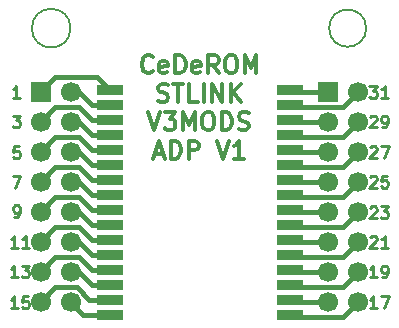
<source format=gbr>
%TF.GenerationSoftware,KiCad,Pcbnew,9.0.3*%
%TF.CreationDate,2025-08-20T17:47:23+02:00*%
%TF.ProjectId,cederom-stlink-v3mods-adapter,63656465-726f-46d2-9d73-746c696e6b2d,1*%
%TF.SameCoordinates,Original*%
%TF.FileFunction,Copper,L1,Top*%
%TF.FilePolarity,Positive*%
%FSLAX46Y46*%
G04 Gerber Fmt 4.6, Leading zero omitted, Abs format (unit mm)*
G04 Created by KiCad (PCBNEW 9.0.3) date 2025-08-20 17:47:23*
%MOMM*%
%LPD*%
G01*
G04 APERTURE LIST*
%ADD10C,0.250000*%
%TA.AperFunction,NonConductor*%
%ADD11C,0.250000*%
%TD*%
%TA.AperFunction,NonConductor*%
%ADD12C,0.200000*%
%TD*%
%ADD13C,0.300000*%
%TA.AperFunction,NonConductor*%
%ADD14C,0.300000*%
%TD*%
%TA.AperFunction,ComponentPad*%
%ADD15R,1.700000X1.700000*%
%TD*%
%TA.AperFunction,ComponentPad*%
%ADD16C,1.700000*%
%TD*%
%TA.AperFunction,SMDPad,CuDef*%
%ADD17R,2.240000X0.900000*%
%TD*%
%TA.AperFunction,Conductor*%
%ADD18C,0.400000*%
%TD*%
G04 APERTURE END LIST*
D10*
D11*
X101666667Y-102749619D02*
X102333333Y-102749619D01*
X102333333Y-102749619D02*
X101904762Y-103749619D01*
D10*
D11*
X131890476Y-95149619D02*
X132509523Y-95149619D01*
X132509523Y-95149619D02*
X132176190Y-95530571D01*
X132176190Y-95530571D02*
X132319047Y-95530571D01*
X132319047Y-95530571D02*
X132414285Y-95578190D01*
X132414285Y-95578190D02*
X132461904Y-95625809D01*
X132461904Y-95625809D02*
X132509523Y-95721047D01*
X132509523Y-95721047D02*
X132509523Y-95959142D01*
X132509523Y-95959142D02*
X132461904Y-96054380D01*
X132461904Y-96054380D02*
X132414285Y-96102000D01*
X132414285Y-96102000D02*
X132319047Y-96149619D01*
X132319047Y-96149619D02*
X132033333Y-96149619D01*
X132033333Y-96149619D02*
X131938095Y-96102000D01*
X131938095Y-96102000D02*
X131890476Y-96054380D01*
X133461904Y-96149619D02*
X132890476Y-96149619D01*
X133176190Y-96149619D02*
X133176190Y-95149619D01*
X133176190Y-95149619D02*
X133080952Y-95292476D01*
X133080952Y-95292476D02*
X132985714Y-95387714D01*
X132985714Y-95387714D02*
X132890476Y-95435333D01*
D10*
D11*
X131938095Y-97744857D02*
X131985714Y-97697238D01*
X131985714Y-97697238D02*
X132080952Y-97649619D01*
X132080952Y-97649619D02*
X132319047Y-97649619D01*
X132319047Y-97649619D02*
X132414285Y-97697238D01*
X132414285Y-97697238D02*
X132461904Y-97744857D01*
X132461904Y-97744857D02*
X132509523Y-97840095D01*
X132509523Y-97840095D02*
X132509523Y-97935333D01*
X132509523Y-97935333D02*
X132461904Y-98078190D01*
X132461904Y-98078190D02*
X131890476Y-98649619D01*
X131890476Y-98649619D02*
X132509523Y-98649619D01*
X132985714Y-98649619D02*
X133176190Y-98649619D01*
X133176190Y-98649619D02*
X133271428Y-98602000D01*
X133271428Y-98602000D02*
X133319047Y-98554380D01*
X133319047Y-98554380D02*
X133414285Y-98411523D01*
X133414285Y-98411523D02*
X133461904Y-98221047D01*
X133461904Y-98221047D02*
X133461904Y-97840095D01*
X133461904Y-97840095D02*
X133414285Y-97744857D01*
X133414285Y-97744857D02*
X133366666Y-97697238D01*
X133366666Y-97697238D02*
X133271428Y-97649619D01*
X133271428Y-97649619D02*
X133080952Y-97649619D01*
X133080952Y-97649619D02*
X132985714Y-97697238D01*
X132985714Y-97697238D02*
X132938095Y-97744857D01*
X132938095Y-97744857D02*
X132890476Y-97840095D01*
X132890476Y-97840095D02*
X132890476Y-98078190D01*
X132890476Y-98078190D02*
X132938095Y-98173428D01*
X132938095Y-98173428D02*
X132985714Y-98221047D01*
X132985714Y-98221047D02*
X133080952Y-98268666D01*
X133080952Y-98268666D02*
X133271428Y-98268666D01*
X133271428Y-98268666D02*
X133366666Y-98221047D01*
X133366666Y-98221047D02*
X133414285Y-98173428D01*
X133414285Y-98173428D02*
X133461904Y-98078190D01*
D10*
D11*
X131938095Y-100344857D02*
X131985714Y-100297238D01*
X131985714Y-100297238D02*
X132080952Y-100249619D01*
X132080952Y-100249619D02*
X132319047Y-100249619D01*
X132319047Y-100249619D02*
X132414285Y-100297238D01*
X132414285Y-100297238D02*
X132461904Y-100344857D01*
X132461904Y-100344857D02*
X132509523Y-100440095D01*
X132509523Y-100440095D02*
X132509523Y-100535333D01*
X132509523Y-100535333D02*
X132461904Y-100678190D01*
X132461904Y-100678190D02*
X131890476Y-101249619D01*
X131890476Y-101249619D02*
X132509523Y-101249619D01*
X132842857Y-100249619D02*
X133509523Y-100249619D01*
X133509523Y-100249619D02*
X133080952Y-101249619D01*
D10*
D11*
X131938095Y-102844857D02*
X131985714Y-102797238D01*
X131985714Y-102797238D02*
X132080952Y-102749619D01*
X132080952Y-102749619D02*
X132319047Y-102749619D01*
X132319047Y-102749619D02*
X132414285Y-102797238D01*
X132414285Y-102797238D02*
X132461904Y-102844857D01*
X132461904Y-102844857D02*
X132509523Y-102940095D01*
X132509523Y-102940095D02*
X132509523Y-103035333D01*
X132509523Y-103035333D02*
X132461904Y-103178190D01*
X132461904Y-103178190D02*
X131890476Y-103749619D01*
X131890476Y-103749619D02*
X132509523Y-103749619D01*
X133414285Y-102749619D02*
X132938095Y-102749619D01*
X132938095Y-102749619D02*
X132890476Y-103225809D01*
X132890476Y-103225809D02*
X132938095Y-103178190D01*
X132938095Y-103178190D02*
X133033333Y-103130571D01*
X133033333Y-103130571D02*
X133271428Y-103130571D01*
X133271428Y-103130571D02*
X133366666Y-103178190D01*
X133366666Y-103178190D02*
X133414285Y-103225809D01*
X133414285Y-103225809D02*
X133461904Y-103321047D01*
X133461904Y-103321047D02*
X133461904Y-103559142D01*
X133461904Y-103559142D02*
X133414285Y-103654380D01*
X133414285Y-103654380D02*
X133366666Y-103702000D01*
X133366666Y-103702000D02*
X133271428Y-103749619D01*
X133271428Y-103749619D02*
X133033333Y-103749619D01*
X133033333Y-103749619D02*
X132938095Y-103702000D01*
X132938095Y-103702000D02*
X132890476Y-103654380D01*
D10*
D11*
X131938095Y-105444857D02*
X131985714Y-105397238D01*
X131985714Y-105397238D02*
X132080952Y-105349619D01*
X132080952Y-105349619D02*
X132319047Y-105349619D01*
X132319047Y-105349619D02*
X132414285Y-105397238D01*
X132414285Y-105397238D02*
X132461904Y-105444857D01*
X132461904Y-105444857D02*
X132509523Y-105540095D01*
X132509523Y-105540095D02*
X132509523Y-105635333D01*
X132509523Y-105635333D02*
X132461904Y-105778190D01*
X132461904Y-105778190D02*
X131890476Y-106349619D01*
X131890476Y-106349619D02*
X132509523Y-106349619D01*
X132842857Y-105349619D02*
X133461904Y-105349619D01*
X133461904Y-105349619D02*
X133128571Y-105730571D01*
X133128571Y-105730571D02*
X133271428Y-105730571D01*
X133271428Y-105730571D02*
X133366666Y-105778190D01*
X133366666Y-105778190D02*
X133414285Y-105825809D01*
X133414285Y-105825809D02*
X133461904Y-105921047D01*
X133461904Y-105921047D02*
X133461904Y-106159142D01*
X133461904Y-106159142D02*
X133414285Y-106254380D01*
X133414285Y-106254380D02*
X133366666Y-106302000D01*
X133366666Y-106302000D02*
X133271428Y-106349619D01*
X133271428Y-106349619D02*
X132985714Y-106349619D01*
X132985714Y-106349619D02*
X132890476Y-106302000D01*
X132890476Y-106302000D02*
X132842857Y-106254380D01*
D10*
D11*
X131938095Y-107944857D02*
X131985714Y-107897238D01*
X131985714Y-107897238D02*
X132080952Y-107849619D01*
X132080952Y-107849619D02*
X132319047Y-107849619D01*
X132319047Y-107849619D02*
X132414285Y-107897238D01*
X132414285Y-107897238D02*
X132461904Y-107944857D01*
X132461904Y-107944857D02*
X132509523Y-108040095D01*
X132509523Y-108040095D02*
X132509523Y-108135333D01*
X132509523Y-108135333D02*
X132461904Y-108278190D01*
X132461904Y-108278190D02*
X131890476Y-108849619D01*
X131890476Y-108849619D02*
X132509523Y-108849619D01*
X133461904Y-108849619D02*
X132890476Y-108849619D01*
X133176190Y-108849619D02*
X133176190Y-107849619D01*
X133176190Y-107849619D02*
X133080952Y-107992476D01*
X133080952Y-107992476D02*
X132985714Y-108087714D01*
X132985714Y-108087714D02*
X132890476Y-108135333D01*
D10*
D11*
X132509523Y-111349619D02*
X131938095Y-111349619D01*
X132223809Y-111349619D02*
X132223809Y-110349619D01*
X132223809Y-110349619D02*
X132128571Y-110492476D01*
X132128571Y-110492476D02*
X132033333Y-110587714D01*
X132033333Y-110587714D02*
X131938095Y-110635333D01*
X132985714Y-111349619D02*
X133176190Y-111349619D01*
X133176190Y-111349619D02*
X133271428Y-111302000D01*
X133271428Y-111302000D02*
X133319047Y-111254380D01*
X133319047Y-111254380D02*
X133414285Y-111111523D01*
X133414285Y-111111523D02*
X133461904Y-110921047D01*
X133461904Y-110921047D02*
X133461904Y-110540095D01*
X133461904Y-110540095D02*
X133414285Y-110444857D01*
X133414285Y-110444857D02*
X133366666Y-110397238D01*
X133366666Y-110397238D02*
X133271428Y-110349619D01*
X133271428Y-110349619D02*
X133080952Y-110349619D01*
X133080952Y-110349619D02*
X132985714Y-110397238D01*
X132985714Y-110397238D02*
X132938095Y-110444857D01*
X132938095Y-110444857D02*
X132890476Y-110540095D01*
X132890476Y-110540095D02*
X132890476Y-110778190D01*
X132890476Y-110778190D02*
X132938095Y-110873428D01*
X132938095Y-110873428D02*
X132985714Y-110921047D01*
X132985714Y-110921047D02*
X133080952Y-110968666D01*
X133080952Y-110968666D02*
X133271428Y-110968666D01*
X133271428Y-110968666D02*
X133366666Y-110921047D01*
X133366666Y-110921047D02*
X133414285Y-110873428D01*
X133414285Y-110873428D02*
X133461904Y-110778190D01*
D10*
D11*
X132509523Y-113949619D02*
X131938095Y-113949619D01*
X132223809Y-113949619D02*
X132223809Y-112949619D01*
X132223809Y-112949619D02*
X132128571Y-113092476D01*
X132128571Y-113092476D02*
X132033333Y-113187714D01*
X132033333Y-113187714D02*
X131938095Y-113235333D01*
X132842857Y-112949619D02*
X133509523Y-112949619D01*
X133509523Y-112949619D02*
X133080952Y-113949619D01*
D10*
D11*
X102109523Y-113949619D02*
X101538095Y-113949619D01*
X101823809Y-113949619D02*
X101823809Y-112949619D01*
X101823809Y-112949619D02*
X101728571Y-113092476D01*
X101728571Y-113092476D02*
X101633333Y-113187714D01*
X101633333Y-113187714D02*
X101538095Y-113235333D01*
X103014285Y-112949619D02*
X102538095Y-112949619D01*
X102538095Y-112949619D02*
X102490476Y-113425809D01*
X102490476Y-113425809D02*
X102538095Y-113378190D01*
X102538095Y-113378190D02*
X102633333Y-113330571D01*
X102633333Y-113330571D02*
X102871428Y-113330571D01*
X102871428Y-113330571D02*
X102966666Y-113378190D01*
X102966666Y-113378190D02*
X103014285Y-113425809D01*
X103014285Y-113425809D02*
X103061904Y-113521047D01*
X103061904Y-113521047D02*
X103061904Y-113759142D01*
X103061904Y-113759142D02*
X103014285Y-113854380D01*
X103014285Y-113854380D02*
X102966666Y-113902000D01*
X102966666Y-113902000D02*
X102871428Y-113949619D01*
X102871428Y-113949619D02*
X102633333Y-113949619D01*
X102633333Y-113949619D02*
X102538095Y-113902000D01*
X102538095Y-113902000D02*
X102490476Y-113854380D01*
D10*
D11*
X102109523Y-111349619D02*
X101538095Y-111349619D01*
X101823809Y-111349619D02*
X101823809Y-110349619D01*
X101823809Y-110349619D02*
X101728571Y-110492476D01*
X101728571Y-110492476D02*
X101633333Y-110587714D01*
X101633333Y-110587714D02*
X101538095Y-110635333D01*
X102442857Y-110349619D02*
X103061904Y-110349619D01*
X103061904Y-110349619D02*
X102728571Y-110730571D01*
X102728571Y-110730571D02*
X102871428Y-110730571D01*
X102871428Y-110730571D02*
X102966666Y-110778190D01*
X102966666Y-110778190D02*
X103014285Y-110825809D01*
X103014285Y-110825809D02*
X103061904Y-110921047D01*
X103061904Y-110921047D02*
X103061904Y-111159142D01*
X103061904Y-111159142D02*
X103014285Y-111254380D01*
X103014285Y-111254380D02*
X102966666Y-111302000D01*
X102966666Y-111302000D02*
X102871428Y-111349619D01*
X102871428Y-111349619D02*
X102585714Y-111349619D01*
X102585714Y-111349619D02*
X102490476Y-111302000D01*
X102490476Y-111302000D02*
X102442857Y-111254380D01*
D10*
D11*
X102109523Y-108849619D02*
X101538095Y-108849619D01*
X101823809Y-108849619D02*
X101823809Y-107849619D01*
X101823809Y-107849619D02*
X101728571Y-107992476D01*
X101728571Y-107992476D02*
X101633333Y-108087714D01*
X101633333Y-108087714D02*
X101538095Y-108135333D01*
X103061904Y-108849619D02*
X102490476Y-108849619D01*
X102776190Y-108849619D02*
X102776190Y-107849619D01*
X102776190Y-107849619D02*
X102680952Y-107992476D01*
X102680952Y-107992476D02*
X102585714Y-108087714D01*
X102585714Y-108087714D02*
X102490476Y-108135333D01*
D10*
D11*
X101809524Y-106249619D02*
X102000000Y-106249619D01*
X102000000Y-106249619D02*
X102095238Y-106202000D01*
X102095238Y-106202000D02*
X102142857Y-106154380D01*
X102142857Y-106154380D02*
X102238095Y-106011523D01*
X102238095Y-106011523D02*
X102285714Y-105821047D01*
X102285714Y-105821047D02*
X102285714Y-105440095D01*
X102285714Y-105440095D02*
X102238095Y-105344857D01*
X102238095Y-105344857D02*
X102190476Y-105297238D01*
X102190476Y-105297238D02*
X102095238Y-105249619D01*
X102095238Y-105249619D02*
X101904762Y-105249619D01*
X101904762Y-105249619D02*
X101809524Y-105297238D01*
X101809524Y-105297238D02*
X101761905Y-105344857D01*
X101761905Y-105344857D02*
X101714286Y-105440095D01*
X101714286Y-105440095D02*
X101714286Y-105678190D01*
X101714286Y-105678190D02*
X101761905Y-105773428D01*
X101761905Y-105773428D02*
X101809524Y-105821047D01*
X101809524Y-105821047D02*
X101904762Y-105868666D01*
X101904762Y-105868666D02*
X102095238Y-105868666D01*
X102095238Y-105868666D02*
X102190476Y-105821047D01*
X102190476Y-105821047D02*
X102238095Y-105773428D01*
X102238095Y-105773428D02*
X102285714Y-105678190D01*
D10*
D11*
X102238095Y-100249619D02*
X101761905Y-100249619D01*
X101761905Y-100249619D02*
X101714286Y-100725809D01*
X101714286Y-100725809D02*
X101761905Y-100678190D01*
X101761905Y-100678190D02*
X101857143Y-100630571D01*
X101857143Y-100630571D02*
X102095238Y-100630571D01*
X102095238Y-100630571D02*
X102190476Y-100678190D01*
X102190476Y-100678190D02*
X102238095Y-100725809D01*
X102238095Y-100725809D02*
X102285714Y-100821047D01*
X102285714Y-100821047D02*
X102285714Y-101059142D01*
X102285714Y-101059142D02*
X102238095Y-101154380D01*
X102238095Y-101154380D02*
X102190476Y-101202000D01*
X102190476Y-101202000D02*
X102095238Y-101249619D01*
X102095238Y-101249619D02*
X101857143Y-101249619D01*
X101857143Y-101249619D02*
X101761905Y-101202000D01*
X101761905Y-101202000D02*
X101714286Y-101154380D01*
D10*
D11*
X101666667Y-97649619D02*
X102285714Y-97649619D01*
X102285714Y-97649619D02*
X101952381Y-98030571D01*
X101952381Y-98030571D02*
X102095238Y-98030571D01*
X102095238Y-98030571D02*
X102190476Y-98078190D01*
X102190476Y-98078190D02*
X102238095Y-98125809D01*
X102238095Y-98125809D02*
X102285714Y-98221047D01*
X102285714Y-98221047D02*
X102285714Y-98459142D01*
X102285714Y-98459142D02*
X102238095Y-98554380D01*
X102238095Y-98554380D02*
X102190476Y-98602000D01*
X102190476Y-98602000D02*
X102095238Y-98649619D01*
X102095238Y-98649619D02*
X101809524Y-98649619D01*
X101809524Y-98649619D02*
X101714286Y-98602000D01*
X101714286Y-98602000D02*
X101666667Y-98554380D01*
D12*
X106578933Y-90250000D02*
G75*
G02*
X103301067Y-90250000I-1638933J0D01*
G01*
X103301067Y-90250000D02*
G75*
G02*
X106578933Y-90250000I1638933J0D01*
G01*
X131609745Y-90250000D02*
G75*
G02*
X128470255Y-90250000I-1569745J0D01*
G01*
X128470255Y-90250000D02*
G75*
G02*
X131609745Y-90250000I1569745J0D01*
G01*
D10*
D11*
X102285714Y-96124619D02*
X101714286Y-96124619D01*
X102000000Y-96124619D02*
X102000000Y-95124619D01*
X102000000Y-95124619D02*
X101904762Y-95267476D01*
X101904762Y-95267476D02*
X101809524Y-95362714D01*
X101809524Y-95362714D02*
X101714286Y-95410333D01*
D13*
D14*
X113535714Y-93913223D02*
X113464286Y-93984652D01*
X113464286Y-93984652D02*
X113250000Y-94056080D01*
X113250000Y-94056080D02*
X113107143Y-94056080D01*
X113107143Y-94056080D02*
X112892857Y-93984652D01*
X112892857Y-93984652D02*
X112750000Y-93841794D01*
X112750000Y-93841794D02*
X112678571Y-93698937D01*
X112678571Y-93698937D02*
X112607143Y-93413223D01*
X112607143Y-93413223D02*
X112607143Y-93198937D01*
X112607143Y-93198937D02*
X112678571Y-92913223D01*
X112678571Y-92913223D02*
X112750000Y-92770366D01*
X112750000Y-92770366D02*
X112892857Y-92627509D01*
X112892857Y-92627509D02*
X113107143Y-92556080D01*
X113107143Y-92556080D02*
X113250000Y-92556080D01*
X113250000Y-92556080D02*
X113464286Y-92627509D01*
X113464286Y-92627509D02*
X113535714Y-92698937D01*
X114750000Y-93984652D02*
X114607143Y-94056080D01*
X114607143Y-94056080D02*
X114321429Y-94056080D01*
X114321429Y-94056080D02*
X114178571Y-93984652D01*
X114178571Y-93984652D02*
X114107143Y-93841794D01*
X114107143Y-93841794D02*
X114107143Y-93270366D01*
X114107143Y-93270366D02*
X114178571Y-93127509D01*
X114178571Y-93127509D02*
X114321429Y-93056080D01*
X114321429Y-93056080D02*
X114607143Y-93056080D01*
X114607143Y-93056080D02*
X114750000Y-93127509D01*
X114750000Y-93127509D02*
X114821429Y-93270366D01*
X114821429Y-93270366D02*
X114821429Y-93413223D01*
X114821429Y-93413223D02*
X114107143Y-93556080D01*
X115464285Y-94056080D02*
X115464285Y-92556080D01*
X115464285Y-92556080D02*
X115821428Y-92556080D01*
X115821428Y-92556080D02*
X116035714Y-92627509D01*
X116035714Y-92627509D02*
X116178571Y-92770366D01*
X116178571Y-92770366D02*
X116250000Y-92913223D01*
X116250000Y-92913223D02*
X116321428Y-93198937D01*
X116321428Y-93198937D02*
X116321428Y-93413223D01*
X116321428Y-93413223D02*
X116250000Y-93698937D01*
X116250000Y-93698937D02*
X116178571Y-93841794D01*
X116178571Y-93841794D02*
X116035714Y-93984652D01*
X116035714Y-93984652D02*
X115821428Y-94056080D01*
X115821428Y-94056080D02*
X115464285Y-94056080D01*
X117535714Y-93984652D02*
X117392857Y-94056080D01*
X117392857Y-94056080D02*
X117107143Y-94056080D01*
X117107143Y-94056080D02*
X116964285Y-93984652D01*
X116964285Y-93984652D02*
X116892857Y-93841794D01*
X116892857Y-93841794D02*
X116892857Y-93270366D01*
X116892857Y-93270366D02*
X116964285Y-93127509D01*
X116964285Y-93127509D02*
X117107143Y-93056080D01*
X117107143Y-93056080D02*
X117392857Y-93056080D01*
X117392857Y-93056080D02*
X117535714Y-93127509D01*
X117535714Y-93127509D02*
X117607143Y-93270366D01*
X117607143Y-93270366D02*
X117607143Y-93413223D01*
X117607143Y-93413223D02*
X116892857Y-93556080D01*
X119107142Y-94056080D02*
X118607142Y-93341794D01*
X118249999Y-94056080D02*
X118249999Y-92556080D01*
X118249999Y-92556080D02*
X118821428Y-92556080D01*
X118821428Y-92556080D02*
X118964285Y-92627509D01*
X118964285Y-92627509D02*
X119035714Y-92698937D01*
X119035714Y-92698937D02*
X119107142Y-92841794D01*
X119107142Y-92841794D02*
X119107142Y-93056080D01*
X119107142Y-93056080D02*
X119035714Y-93198937D01*
X119035714Y-93198937D02*
X118964285Y-93270366D01*
X118964285Y-93270366D02*
X118821428Y-93341794D01*
X118821428Y-93341794D02*
X118249999Y-93341794D01*
X120035714Y-92556080D02*
X120321428Y-92556080D01*
X120321428Y-92556080D02*
X120464285Y-92627509D01*
X120464285Y-92627509D02*
X120607142Y-92770366D01*
X120607142Y-92770366D02*
X120678571Y-93056080D01*
X120678571Y-93056080D02*
X120678571Y-93556080D01*
X120678571Y-93556080D02*
X120607142Y-93841794D01*
X120607142Y-93841794D02*
X120464285Y-93984652D01*
X120464285Y-93984652D02*
X120321428Y-94056080D01*
X120321428Y-94056080D02*
X120035714Y-94056080D01*
X120035714Y-94056080D02*
X119892857Y-93984652D01*
X119892857Y-93984652D02*
X119749999Y-93841794D01*
X119749999Y-93841794D02*
X119678571Y-93556080D01*
X119678571Y-93556080D02*
X119678571Y-93056080D01*
X119678571Y-93056080D02*
X119749999Y-92770366D01*
X119749999Y-92770366D02*
X119892857Y-92627509D01*
X119892857Y-92627509D02*
X120035714Y-92556080D01*
X121321428Y-94056080D02*
X121321428Y-92556080D01*
X121321428Y-92556080D02*
X121821428Y-93627509D01*
X121821428Y-93627509D02*
X122321428Y-92556080D01*
X122321428Y-92556080D02*
X122321428Y-94056080D01*
X114000000Y-96399568D02*
X114214286Y-96470996D01*
X114214286Y-96470996D02*
X114571428Y-96470996D01*
X114571428Y-96470996D02*
X114714286Y-96399568D01*
X114714286Y-96399568D02*
X114785714Y-96328139D01*
X114785714Y-96328139D02*
X114857143Y-96185282D01*
X114857143Y-96185282D02*
X114857143Y-96042425D01*
X114857143Y-96042425D02*
X114785714Y-95899568D01*
X114785714Y-95899568D02*
X114714286Y-95828139D01*
X114714286Y-95828139D02*
X114571428Y-95756710D01*
X114571428Y-95756710D02*
X114285714Y-95685282D01*
X114285714Y-95685282D02*
X114142857Y-95613853D01*
X114142857Y-95613853D02*
X114071428Y-95542425D01*
X114071428Y-95542425D02*
X114000000Y-95399568D01*
X114000000Y-95399568D02*
X114000000Y-95256710D01*
X114000000Y-95256710D02*
X114071428Y-95113853D01*
X114071428Y-95113853D02*
X114142857Y-95042425D01*
X114142857Y-95042425D02*
X114285714Y-94970996D01*
X114285714Y-94970996D02*
X114642857Y-94970996D01*
X114642857Y-94970996D02*
X114857143Y-95042425D01*
X115285714Y-94970996D02*
X116142857Y-94970996D01*
X115714285Y-96470996D02*
X115714285Y-94970996D01*
X117357142Y-96470996D02*
X116642856Y-96470996D01*
X116642856Y-96470996D02*
X116642856Y-94970996D01*
X117857142Y-96470996D02*
X117857142Y-94970996D01*
X118571428Y-96470996D02*
X118571428Y-94970996D01*
X118571428Y-94970996D02*
X119428571Y-96470996D01*
X119428571Y-96470996D02*
X119428571Y-94970996D01*
X120142857Y-96470996D02*
X120142857Y-94970996D01*
X121000000Y-96470996D02*
X120357143Y-95613853D01*
X121000000Y-94970996D02*
X120142857Y-95828139D01*
X113178572Y-97385912D02*
X113678572Y-98885912D01*
X113678572Y-98885912D02*
X114178572Y-97385912D01*
X114535714Y-97385912D02*
X115464286Y-97385912D01*
X115464286Y-97385912D02*
X114964286Y-97957341D01*
X114964286Y-97957341D02*
X115178571Y-97957341D01*
X115178571Y-97957341D02*
X115321429Y-98028769D01*
X115321429Y-98028769D02*
X115392857Y-98100198D01*
X115392857Y-98100198D02*
X115464286Y-98243055D01*
X115464286Y-98243055D02*
X115464286Y-98600198D01*
X115464286Y-98600198D02*
X115392857Y-98743055D01*
X115392857Y-98743055D02*
X115321429Y-98814484D01*
X115321429Y-98814484D02*
X115178571Y-98885912D01*
X115178571Y-98885912D02*
X114750000Y-98885912D01*
X114750000Y-98885912D02*
X114607143Y-98814484D01*
X114607143Y-98814484D02*
X114535714Y-98743055D01*
X116107142Y-98885912D02*
X116107142Y-97385912D01*
X116107142Y-97385912D02*
X116607142Y-98457341D01*
X116607142Y-98457341D02*
X117107142Y-97385912D01*
X117107142Y-97385912D02*
X117107142Y-98885912D01*
X118107143Y-97385912D02*
X118392857Y-97385912D01*
X118392857Y-97385912D02*
X118535714Y-97457341D01*
X118535714Y-97457341D02*
X118678571Y-97600198D01*
X118678571Y-97600198D02*
X118750000Y-97885912D01*
X118750000Y-97885912D02*
X118750000Y-98385912D01*
X118750000Y-98385912D02*
X118678571Y-98671626D01*
X118678571Y-98671626D02*
X118535714Y-98814484D01*
X118535714Y-98814484D02*
X118392857Y-98885912D01*
X118392857Y-98885912D02*
X118107143Y-98885912D01*
X118107143Y-98885912D02*
X117964286Y-98814484D01*
X117964286Y-98814484D02*
X117821428Y-98671626D01*
X117821428Y-98671626D02*
X117750000Y-98385912D01*
X117750000Y-98385912D02*
X117750000Y-97885912D01*
X117750000Y-97885912D02*
X117821428Y-97600198D01*
X117821428Y-97600198D02*
X117964286Y-97457341D01*
X117964286Y-97457341D02*
X118107143Y-97385912D01*
X119392857Y-98885912D02*
X119392857Y-97385912D01*
X119392857Y-97385912D02*
X119750000Y-97385912D01*
X119750000Y-97385912D02*
X119964286Y-97457341D01*
X119964286Y-97457341D02*
X120107143Y-97600198D01*
X120107143Y-97600198D02*
X120178572Y-97743055D01*
X120178572Y-97743055D02*
X120250000Y-98028769D01*
X120250000Y-98028769D02*
X120250000Y-98243055D01*
X120250000Y-98243055D02*
X120178572Y-98528769D01*
X120178572Y-98528769D02*
X120107143Y-98671626D01*
X120107143Y-98671626D02*
X119964286Y-98814484D01*
X119964286Y-98814484D02*
X119750000Y-98885912D01*
X119750000Y-98885912D02*
X119392857Y-98885912D01*
X120821429Y-98814484D02*
X121035715Y-98885912D01*
X121035715Y-98885912D02*
X121392857Y-98885912D01*
X121392857Y-98885912D02*
X121535715Y-98814484D01*
X121535715Y-98814484D02*
X121607143Y-98743055D01*
X121607143Y-98743055D02*
X121678572Y-98600198D01*
X121678572Y-98600198D02*
X121678572Y-98457341D01*
X121678572Y-98457341D02*
X121607143Y-98314484D01*
X121607143Y-98314484D02*
X121535715Y-98243055D01*
X121535715Y-98243055D02*
X121392857Y-98171626D01*
X121392857Y-98171626D02*
X121107143Y-98100198D01*
X121107143Y-98100198D02*
X120964286Y-98028769D01*
X120964286Y-98028769D02*
X120892857Y-97957341D01*
X120892857Y-97957341D02*
X120821429Y-97814484D01*
X120821429Y-97814484D02*
X120821429Y-97671626D01*
X120821429Y-97671626D02*
X120892857Y-97528769D01*
X120892857Y-97528769D02*
X120964286Y-97457341D01*
X120964286Y-97457341D02*
X121107143Y-97385912D01*
X121107143Y-97385912D02*
X121464286Y-97385912D01*
X121464286Y-97385912D02*
X121678572Y-97457341D01*
X113714286Y-100872257D02*
X114428572Y-100872257D01*
X113571429Y-101300828D02*
X114071429Y-99800828D01*
X114071429Y-99800828D02*
X114571429Y-101300828D01*
X115071428Y-101300828D02*
X115071428Y-99800828D01*
X115071428Y-99800828D02*
X115428571Y-99800828D01*
X115428571Y-99800828D02*
X115642857Y-99872257D01*
X115642857Y-99872257D02*
X115785714Y-100015114D01*
X115785714Y-100015114D02*
X115857143Y-100157971D01*
X115857143Y-100157971D02*
X115928571Y-100443685D01*
X115928571Y-100443685D02*
X115928571Y-100657971D01*
X115928571Y-100657971D02*
X115857143Y-100943685D01*
X115857143Y-100943685D02*
X115785714Y-101086542D01*
X115785714Y-101086542D02*
X115642857Y-101229400D01*
X115642857Y-101229400D02*
X115428571Y-101300828D01*
X115428571Y-101300828D02*
X115071428Y-101300828D01*
X116571428Y-101300828D02*
X116571428Y-99800828D01*
X116571428Y-99800828D02*
X117142857Y-99800828D01*
X117142857Y-99800828D02*
X117285714Y-99872257D01*
X117285714Y-99872257D02*
X117357143Y-99943685D01*
X117357143Y-99943685D02*
X117428571Y-100086542D01*
X117428571Y-100086542D02*
X117428571Y-100300828D01*
X117428571Y-100300828D02*
X117357143Y-100443685D01*
X117357143Y-100443685D02*
X117285714Y-100515114D01*
X117285714Y-100515114D02*
X117142857Y-100586542D01*
X117142857Y-100586542D02*
X116571428Y-100586542D01*
X119000000Y-99800828D02*
X119500000Y-101300828D01*
X119500000Y-101300828D02*
X120000000Y-99800828D01*
X121285714Y-101300828D02*
X120428571Y-101300828D01*
X120857142Y-101300828D02*
X120857142Y-99800828D01*
X120857142Y-99800828D02*
X120714285Y-100015114D01*
X120714285Y-100015114D02*
X120571428Y-100157971D01*
X120571428Y-100157971D02*
X120428571Y-100229400D01*
D15*
%TO.P,J2,1,Pin_1*%
%TO.N,Net-(J2-Pin_1)*%
X128390000Y-95675000D03*
D16*
%TO.P,J2,2,Pin_2*%
%TO.N,Net-(J2-Pin_2)*%
X130930000Y-95675000D03*
%TO.P,J2,3,Pin_3*%
%TO.N,Net-(J2-Pin_3)*%
X128390000Y-98215000D03*
%TO.P,J2,4,Pin_4*%
%TO.N,Net-(J2-Pin_4)*%
X130930000Y-98215000D03*
%TO.P,J2,5,Pin_5*%
%TO.N,Net-(J2-Pin_5)*%
X128390000Y-100755000D03*
%TO.P,J2,6,Pin_6*%
%TO.N,Net-(J2-Pin_6)*%
X130930000Y-100755000D03*
%TO.P,J2,7,Pin_7*%
%TO.N,Net-(J2-Pin_7)*%
X128390000Y-103295000D03*
%TO.P,J2,8,Pin_8*%
%TO.N,Net-(J2-Pin_8)*%
X130930000Y-103295000D03*
%TO.P,J2,9,Pin_9*%
%TO.N,Net-(J2-Pin_9)*%
X128390000Y-105835000D03*
%TO.P,J2,10,Pin_10*%
%TO.N,Net-(J2-Pin_10)*%
X130930000Y-105835000D03*
%TO.P,J2,11,Pin_11*%
%TO.N,Net-(J2-Pin_11)*%
X128390000Y-108375000D03*
%TO.P,J2,12,Pin_12*%
%TO.N,Net-(J2-Pin_12)*%
X130930000Y-108375000D03*
%TO.P,J2,13,Pin_13*%
%TO.N,Net-(J2-Pin_13)*%
X128390000Y-110915000D03*
%TO.P,J2,14,Pin_14*%
%TO.N,Net-(J2-Pin_14)*%
X130930000Y-110915000D03*
%TO.P,J2,15,Pin_15*%
%TO.N,Net-(J2-Pin_15)*%
X128390000Y-113455000D03*
%TO.P,J2,16,Pin_16*%
%TO.N,Net-(J2-Pin_16)*%
X130930000Y-113455000D03*
%TD*%
D17*
%TO.P,U1,1,B_UART_RX*%
%TO.N,Net-(J1-Pin_1)*%
X109880000Y-95475000D03*
%TO.P,U1,2,B_UART_CTS*%
%TO.N,Net-(J1-Pin_2)*%
X109880000Y-96745000D03*
%TO.P,U1,3,B_UART_RTS*%
%TO.N,Net-(J1-Pin_3)*%
X109880000Y-98015000D03*
%TO.P,U1,4,T_JTMS/T_SWDIO*%
%TO.N,Net-(J1-Pin_4)*%
X109880000Y-99285000D03*
%TO.P,U1,5,GNDDetect*%
%TO.N,Net-(J1-Pin_5)*%
X109880000Y-100555000D03*
%TO.P,U1,6,T_JTDO/T_SWO*%
%TO.N,Net-(J1-Pin_6)*%
X109880000Y-101825000D03*
%TO.P,U1,7,B_SPI_CLK*%
%TO.N,Net-(J1-Pin_7)*%
X109880000Y-103095000D03*
%TO.P,U1,8,GND*%
%TO.N,Net-(J1-Pin_8)*%
X109880000Y-104365000D03*
%TO.P,U1,9,B_CAN_RX*%
%TO.N,Net-(J1-Pin_9)*%
X109880000Y-105635000D03*
%TO.P,U1,10,B_CAN_TX*%
%TO.N,Net-(J1-Pin_10)*%
X109880000Y-106905000D03*
%TO.P,U1,11,B_UART_TX*%
%TO.N,Net-(J1-Pin_11)*%
X109880000Y-108175000D03*
%TO.P,U1,12,T_VCP_TX*%
%TO.N,Net-(J1-Pin_12)*%
X109880000Y-109445000D03*
%TO.P,U1,13,T_JCLK/T_SWCLK*%
%TO.N,Net-(J1-Pin_13)*%
X109880000Y-110715000D03*
%TO.P,U1,14,B_SPI_NSS*%
%TO.N,Net-(J1-Pin_14)*%
X109880000Y-111985000D03*
%TO.P,U1,15,T_VCP_RX*%
%TO.N,Net-(J1-Pin_15)*%
X109880000Y-113255000D03*
%TO.P,U1,16,B_I2C_SCL*%
%TO.N,Net-(J1-Pin_16)*%
X109880000Y-114525000D03*
%TO.P,U1,17,B_I2C_SDA*%
%TO.N,Net-(J2-Pin_16)*%
X125120000Y-114525000D03*
%TO.P,U1,18,B_GPIO0*%
%TO.N,Net-(J2-Pin_15)*%
X125120000Y-113255000D03*
%TO.P,U1,19,B_GPIO1*%
%TO.N,Net-(J2-Pin_14)*%
X125120000Y-111985000D03*
%TO.P,U1,20,B_GPIO2*%
%TO.N,Net-(J2-Pin_13)*%
X125120000Y-110715000D03*
%TO.P,U1,21,B_GPIO3*%
%TO.N,Net-(J2-Pin_12)*%
X125120000Y-109445000D03*
%TO.P,U1,22,5V*%
%TO.N,Net-(J2-Pin_11)*%
X125120000Y-108175000D03*
%TO.P,U1,23,B_SPI_MISO*%
%TO.N,Net-(J2-Pin_10)*%
X125120000Y-106905000D03*
%TO.P,U1,24,GND*%
%TO.N,Net-(J2-Pin_9)*%
X125120000Y-105635000D03*
%TO.P,U1,25,B_SPI_MOSI*%
%TO.N,Net-(J2-Pin_8)*%
X125120000Y-104365000D03*
%TO.P,U1,26,GND*%
%TO.N,Net-(J2-Pin_7)*%
X125120000Y-103095000D03*
%TO.P,U1,27,GND*%
%TO.N,Net-(J2-Pin_6)*%
X125120000Y-101825000D03*
%TO.P,U1,28,T_JTDI/NC*%
%TO.N,Net-(J2-Pin_5)*%
X125120000Y-100555000D03*
%TO.P,U1,29,GND*%
%TO.N,Net-(J2-Pin_4)*%
X125120000Y-99285000D03*
%TO.P,U1,30,T_VCC*%
%TO.N,Net-(J2-Pin_3)*%
X125120000Y-98015000D03*
%TO.P,U1,31,T_NRST*%
%TO.N,Net-(J2-Pin_2)*%
X125120000Y-96745000D03*
%TO.P,U1,32,T_SW_DIR*%
%TO.N,Net-(J2-Pin_1)*%
X125120000Y-95475000D03*
%TD*%
D15*
%TO.P,J1,1,Pin_1*%
%TO.N,Net-(J1-Pin_1)*%
X104050000Y-95675000D03*
D16*
%TO.P,J1,2,Pin_2*%
%TO.N,Net-(J1-Pin_2)*%
X106590000Y-95675000D03*
%TO.P,J1,3,Pin_3*%
%TO.N,Net-(J1-Pin_3)*%
X104050000Y-98215000D03*
%TO.P,J1,4,Pin_4*%
%TO.N,Net-(J1-Pin_4)*%
X106590000Y-98215000D03*
%TO.P,J1,5,Pin_5*%
%TO.N,Net-(J1-Pin_5)*%
X104050000Y-100755000D03*
%TO.P,J1,6,Pin_6*%
%TO.N,Net-(J1-Pin_6)*%
X106590000Y-100755000D03*
%TO.P,J1,7,Pin_7*%
%TO.N,Net-(J1-Pin_7)*%
X104050000Y-103295000D03*
%TO.P,J1,8,Pin_8*%
%TO.N,Net-(J1-Pin_8)*%
X106590000Y-103295000D03*
%TO.P,J1,9,Pin_9*%
%TO.N,Net-(J1-Pin_9)*%
X104050000Y-105835000D03*
%TO.P,J1,10,Pin_10*%
%TO.N,Net-(J1-Pin_10)*%
X106590000Y-105835000D03*
%TO.P,J1,11,Pin_11*%
%TO.N,Net-(J1-Pin_11)*%
X104050000Y-108375000D03*
%TO.P,J1,12,Pin_12*%
%TO.N,Net-(J1-Pin_12)*%
X106590000Y-108375000D03*
%TO.P,J1,13,Pin_13*%
%TO.N,Net-(J1-Pin_13)*%
X104050000Y-110915000D03*
%TO.P,J1,14,Pin_14*%
%TO.N,Net-(J1-Pin_14)*%
X106590000Y-110915000D03*
%TO.P,J1,15,Pin_15*%
%TO.N,Net-(J1-Pin_15)*%
X104050000Y-113455000D03*
%TO.P,J1,16,Pin_16*%
%TO.N,Net-(J1-Pin_16)*%
X106590000Y-113455000D03*
%TD*%
D18*
%TO.N,Net-(J1-Pin_14)*%
X107290000Y-110915000D02*
X106590000Y-110915000D01*
X109880000Y-111985000D02*
X108360000Y-111985000D01*
X108360000Y-111985000D02*
X107290000Y-110915000D01*
%TO.N,Net-(J1-Pin_2)*%
X108360000Y-96745000D02*
X107290000Y-95675000D01*
X107290000Y-95675000D02*
X106590000Y-95675000D01*
X109880000Y-96745000D02*
X108360000Y-96745000D01*
%TO.N,Net-(J1-Pin_16)*%
X107660000Y-114525000D02*
X106590000Y-113455000D01*
X109880000Y-114525000D02*
X107660000Y-114525000D01*
%TO.N,Net-(J1-Pin_9)*%
X104050000Y-105835000D02*
X105301000Y-104584000D01*
X108360000Y-105635000D02*
X109880000Y-105635000D01*
X105301000Y-104584000D02*
X107309000Y-104584000D01*
X107309000Y-104584000D02*
X108360000Y-105635000D01*
%TO.N,Net-(J1-Pin_7)*%
X104050000Y-103295000D02*
X105301000Y-102044000D01*
X107309000Y-102044000D02*
X108360000Y-103095000D01*
X105301000Y-102044000D02*
X107309000Y-102044000D01*
X108360000Y-103095000D02*
X109880000Y-103095000D01*
%TO.N,Net-(J1-Pin_5)*%
X104050000Y-100755000D02*
X105301000Y-99504000D01*
X108360000Y-100555000D02*
X109880000Y-100555000D01*
X107309000Y-99504000D02*
X108360000Y-100555000D01*
X105301000Y-99504000D02*
X107309000Y-99504000D01*
%TO.N,Net-(J1-Pin_12)*%
X109880000Y-109445000D02*
X108360000Y-109445000D01*
X108360000Y-109445000D02*
X107290000Y-108375000D01*
X107290000Y-108375000D02*
X106590000Y-108375000D01*
%TO.N,Net-(J1-Pin_3)*%
X104050000Y-98215000D02*
X105301000Y-96964000D01*
X105301000Y-96964000D02*
X107309000Y-96964000D01*
X108360000Y-98015000D02*
X109880000Y-98015000D01*
X107309000Y-96964000D02*
X108360000Y-98015000D01*
%TO.N,Net-(J1-Pin_1)*%
X108829000Y-94424000D02*
X109880000Y-95475000D01*
X104050000Y-95675000D02*
X105301000Y-94424000D01*
X105301000Y-94424000D02*
X108829000Y-94424000D01*
%TO.N,Net-(J1-Pin_4)*%
X108360000Y-99285000D02*
X107290000Y-98215000D01*
X107290000Y-98215000D02*
X106590000Y-98215000D01*
X109880000Y-99285000D02*
X108360000Y-99285000D01*
%TO.N,Net-(J1-Pin_13)*%
X104050000Y-110915000D02*
X105301000Y-109664000D01*
X108360000Y-110715000D02*
X109880000Y-110715000D01*
X107309000Y-109664000D02*
X108360000Y-110715000D01*
X105301000Y-109664000D02*
X107309000Y-109664000D01*
%TO.N,Net-(J1-Pin_8)*%
X109880000Y-104365000D02*
X108360000Y-104365000D01*
X107290000Y-103295000D02*
X106590000Y-103295000D01*
X108360000Y-104365000D02*
X107290000Y-103295000D01*
%TO.N,Net-(J1-Pin_11)*%
X105301000Y-107124000D02*
X107309000Y-107124000D01*
X108360000Y-108175000D02*
X109880000Y-108175000D01*
X104050000Y-108375000D02*
X105301000Y-107124000D01*
X107309000Y-107124000D02*
X108360000Y-108175000D01*
%TO.N,Net-(J1-Pin_15)*%
X105301000Y-112204000D02*
X107108182Y-112204000D01*
X104050000Y-113455000D02*
X105301000Y-112204000D01*
X108159182Y-113255000D02*
X109880000Y-113255000D01*
X107108182Y-112204000D02*
X108159182Y-113255000D01*
%TO.N,Net-(J1-Pin_10)*%
X108360000Y-106905000D02*
X107290000Y-105835000D01*
X107290000Y-105835000D02*
X106590000Y-105835000D01*
X109880000Y-106905000D02*
X108360000Y-106905000D01*
%TO.N,Net-(J1-Pin_6)*%
X108360000Y-101825000D02*
X107290000Y-100755000D01*
X107290000Y-100755000D02*
X106590000Y-100755000D01*
X109880000Y-101825000D02*
X108360000Y-101825000D01*
%TO.N,Net-(J2-Pin_4)*%
X129679000Y-99466000D02*
X130930000Y-98215000D01*
X125120000Y-99285000D02*
X125301000Y-99466000D01*
X125301000Y-99466000D02*
X129679000Y-99466000D01*
%TO.N,Net-(J2-Pin_5)*%
X128390000Y-100755000D02*
X125320000Y-100755000D01*
X125320000Y-100755000D02*
X125120000Y-100555000D01*
%TO.N,Net-(J2-Pin_10)*%
X125120000Y-106905000D02*
X125301000Y-107086000D01*
X129679000Y-107086000D02*
X130930000Y-105835000D01*
X125301000Y-107086000D02*
X129679000Y-107086000D01*
%TO.N,Net-(J2-Pin_1)*%
X128390000Y-95675000D02*
X125320000Y-95675000D01*
X125320000Y-95675000D02*
X125120000Y-95475000D01*
%TO.N,Net-(J2-Pin_16)*%
X125301000Y-114706000D02*
X129679000Y-114706000D01*
X129679000Y-114706000D02*
X130930000Y-113455000D01*
X125120000Y-114525000D02*
X125301000Y-114706000D01*
%TO.N,Net-(J2-Pin_11)*%
X125320000Y-108375000D02*
X125120000Y-108175000D01*
X128390000Y-108375000D02*
X125320000Y-108375000D01*
%TO.N,Net-(J2-Pin_12)*%
X125301000Y-109626000D02*
X129679000Y-109626000D01*
X125120000Y-109445000D02*
X125301000Y-109626000D01*
X129679000Y-109626000D02*
X130930000Y-108375000D01*
%TO.N,Net-(J2-Pin_8)*%
X125301000Y-104546000D02*
X129679000Y-104546000D01*
X125120000Y-104365000D02*
X125301000Y-104546000D01*
X129679000Y-104546000D02*
X130930000Y-103295000D01*
%TO.N,Net-(J2-Pin_6)*%
X125301000Y-102006000D02*
X129679000Y-102006000D01*
X125120000Y-101825000D02*
X125301000Y-102006000D01*
X129679000Y-102006000D02*
X130930000Y-100755000D01*
%TO.N,Net-(J2-Pin_13)*%
X125320000Y-110915000D02*
X125120000Y-110715000D01*
X128390000Y-110915000D02*
X125320000Y-110915000D01*
%TO.N,Net-(J2-Pin_15)*%
X125320000Y-113455000D02*
X125120000Y-113255000D01*
X128390000Y-113455000D02*
X125320000Y-113455000D01*
%TO.N,Net-(J2-Pin_2)*%
X125120000Y-96745000D02*
X125301000Y-96926000D01*
X129679000Y-96926000D02*
X130930000Y-95675000D01*
X125301000Y-96926000D02*
X129679000Y-96926000D01*
%TO.N,Net-(J2-Pin_9)*%
X125320000Y-105835000D02*
X125120000Y-105635000D01*
X128390000Y-105835000D02*
X125320000Y-105835000D01*
%TO.N,Net-(J2-Pin_7)*%
X125320000Y-103295000D02*
X125120000Y-103095000D01*
X128390000Y-103295000D02*
X125320000Y-103295000D01*
%TO.N,Net-(J2-Pin_3)*%
X128390000Y-98215000D02*
X125320000Y-98215000D01*
X125320000Y-98215000D02*
X125120000Y-98015000D01*
%TO.N,Net-(J2-Pin_14)*%
X129679000Y-112166000D02*
X130930000Y-110915000D01*
X125120000Y-111985000D02*
X125301000Y-112166000D01*
X125301000Y-112166000D02*
X129679000Y-112166000D01*
%TD*%
M02*

</source>
